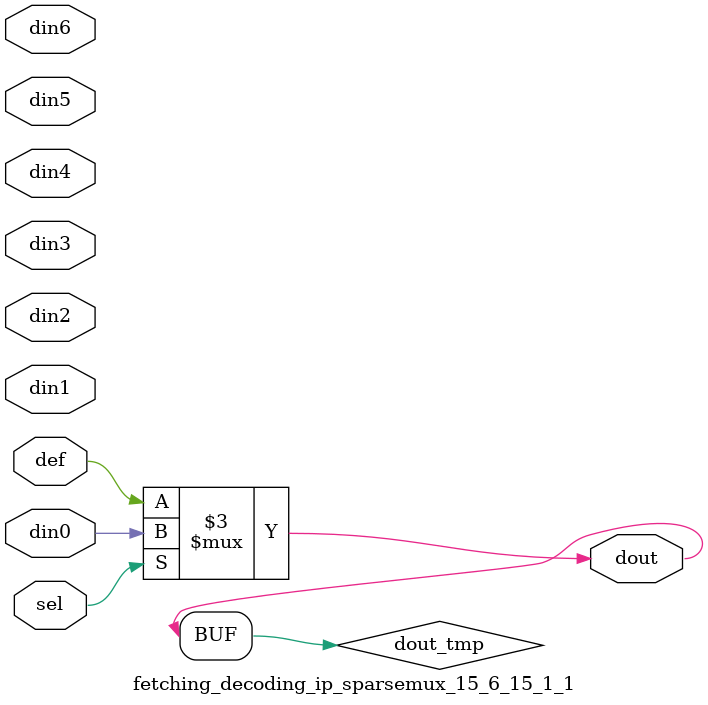
<source format=v>
`timescale 1ns / 1ps

module fetching_decoding_ip_sparsemux_15_6_15_1_1 (din0,din1,din2,din3,din4,din5,din6,def,sel,dout);

parameter din0_WIDTH = 1;

parameter din1_WIDTH = 1;

parameter din2_WIDTH = 1;

parameter din3_WIDTH = 1;

parameter din4_WIDTH = 1;

parameter din5_WIDTH = 1;

parameter din6_WIDTH = 1;

parameter def_WIDTH = 1;
parameter sel_WIDTH = 1;
parameter dout_WIDTH = 1;

parameter [sel_WIDTH-1:0] CASE0 = 1;

parameter [sel_WIDTH-1:0] CASE1 = 1;

parameter [sel_WIDTH-1:0] CASE2 = 1;

parameter [sel_WIDTH-1:0] CASE3 = 1;

parameter [sel_WIDTH-1:0] CASE4 = 1;

parameter [sel_WIDTH-1:0] CASE5 = 1;

parameter [sel_WIDTH-1:0] CASE6 = 1;

parameter ID = 1;
parameter NUM_STAGE = 1;



input [din0_WIDTH-1:0] din0;

input [din1_WIDTH-1:0] din1;

input [din2_WIDTH-1:0] din2;

input [din3_WIDTH-1:0] din3;

input [din4_WIDTH-1:0] din4;

input [din5_WIDTH-1:0] din5;

input [din6_WIDTH-1:0] din6;

input [def_WIDTH-1:0] def;
input [sel_WIDTH-1:0] sel;

output [dout_WIDTH-1:0] dout;



reg [dout_WIDTH-1:0] dout_tmp;


always @ (*) begin
(* parallel_case *) case (sel)
    
    CASE0 : dout_tmp = din0;
    
    CASE1 : dout_tmp = din1;
    
    CASE2 : dout_tmp = din2;
    
    CASE3 : dout_tmp = din3;
    
    CASE4 : dout_tmp = din4;
    
    CASE5 : dout_tmp = din5;
    
    CASE6 : dout_tmp = din6;
    
    default : dout_tmp = def;
endcase
end


assign dout = dout_tmp;



endmodule

</source>
